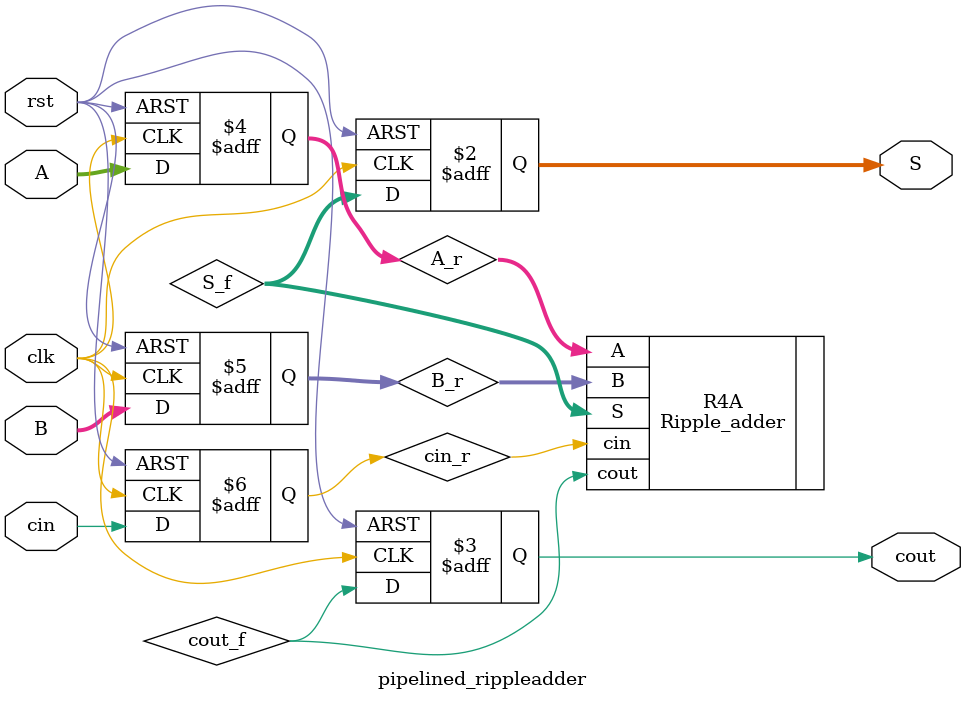
<source format=v>
`timescale 1ns / 1ps


module pipelined_rippleadder(
    input [3:0]A,
    input [3:0]B,
    input cin,
    input clk,
    input rst,
    output reg [3:0] S,
    output reg cout
);
    wire [3:0] S_f;
    wire cout_f;
    reg [3:0]A_r,B_r;
    reg cin_r;
   Ripple_adder R4A (.A(A_r),.B(B_r),.cin(cin_r),.S(S_f),.cout(cout_f));
    
    always @(posedge clk,posedge rst)
     begin
     if(rst)
        begin
          A_r <= 4'b0000;
          B_r <= 4'b0000;
          cin_r <=1'b0;
          S<=4'b0000;
         cout<=0;
        end 
      else
        begin
          A_r <= A;
          B_r <= B;
          cin_r <= cin;
          S<=S_f;
          cout<=cout_f;
         end
      end      
endmodule


</source>
